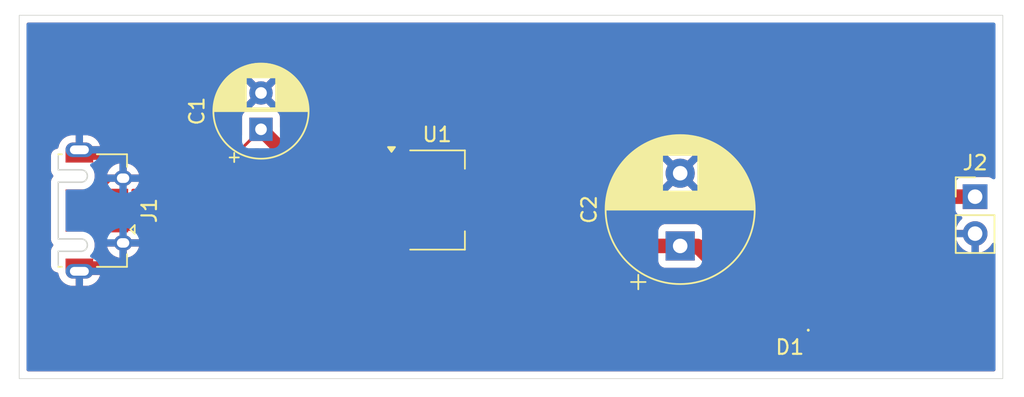
<source format=kicad_pcb>
(kicad_pcb (version 20221018) (generator pcbnew)
  (layers (0 "F.Cu" signal) (31 "B.Cu" signal) (34 "B.Paste" user) (35 "F.Paste" user) (36 "B.SilkS" user "B.Silkscreen") (37 "F.SilkS" user "F.Silkscreen") (38 "B.Mask" user) (39 "F.Mask" user) (44 "Edge.Cuts" user))
  (net 0 "")
  (net 1 "Net-(J1-VBUS)")
  (net 2 "GND")
  (net 3 "Net-(D1-A)")
  (footprint "Package_TO_SOT_SMD:SOT-223-3_TabPin2" (layer "F.Cu") (at 113.28 100.85)
    (fp_text reference "U1" (at 0 -4.5) (layer "F.SilkS"))
    (fp_text value "AMS1117-3.3")
    (fp_line (start -1.85 -3.41) (end 1.91 -3.41) (stroke (width 0.12)) (layer "F.SilkS"))
    (fp_line (start -1.85 3.41) (end 1.91 3.41) (stroke (width 0.12)) (layer "F.SilkS"))
    (fp_line (start 1.91 -3.41) (end 1.91 -2.15) (stroke (width 0.12)) (layer "F.SilkS"))
    (fp_line (start 1.91 3.41) (end 1.91 2.15) (stroke (width 0.12)) (layer "F.SilkS"))
    (fp_poly (pts (xy -3.13 -3.31) (xy -3.37 -3.64) (xy -2.89 -3.64) (xy -3.13 -3.31)) (stroke (width 0.12)) (fill solid) (layer "F.SilkS"))
    (pad "1" smd roundrect (at -3.15 -2.3) (size 2 1.5) (layers "F.Cu" "F.Paste" "F.Mask") (net 2 "GND"))
    (pad "2" smd roundrect (at -3.15 0) (size 2 1.5) (layers "F.Cu" "F.Paste" "F.Mask") (net 3 "Net-(D1-A)"))
    (pad "2" smd roundrect (at 3.15 0) (size 2 3.8) (layers "F.Cu" "F.Paste" "F.Mask") (net 3 "Net-(D1-A)"))
    (pad "3" smd roundrect (at -3.15 2.3) (size 2 1.5) (layers "F.Cu" "F.Paste" "F.Mask") (net 1 "Net-(J1-VBUS)"))
  )
  (footprint "Capacitor_THT:CP_Radial_D6.3mm_P2.50mm" (layer "F.Cu") (at 101.19 95.99 90)
    (fp_text reference "C1" (at 1.25 -4.4 90) (layer "F.SilkS"))
    (fp_text value "10uF")
    (fp_line (start -2.250241 -1.839) (end -1.620241 -1.839) (stroke (width 0.12)) (layer "F.SilkS"))
    (fp_line (start -1.935241 -2.154) (end -1.935241 -1.524) (stroke (width 0.12)) (layer "F.SilkS"))
    (fp_line (start 1.25 -3.23) (end 1.25 3.23) (stroke (width 0.12)) (layer "F.SilkS"))
    (fp_line (start 1.29 -3.23) (end 1.29 3.23) (stroke (width 0.12)) (layer "F.SilkS"))
    (fp_line (start 1.33 -3.23) (end 1.33 3.23) (stroke (width 0.12)) (layer "F.SilkS"))
    (fp_line (start 1.37 -3.228) (end 1.37 3.228) (stroke (width 0.12)) (layer "F.SilkS"))
    (fp_line (start 1.41 -3.227) (end 1.41 3.227) (stroke (width 0.12)) (layer "F.SilkS"))
    (fp_line (start 1.45 -3.224) (end 1.45 3.224) (stroke (width 0.12)) (layer "F.SilkS"))
    (fp_line (start 1.49 -3.222) (end 1.49 -1.04) (stroke (width 0.12)) (layer "F.SilkS"))
    (fp_line (start 1.49 1.04) (end 1.49 3.222) (stroke (width 0.12)) (layer "F.SilkS"))
    (fp_line (start 1.53 -3.218) (end 1.53 -1.04) (stroke (width 0.12)) (layer "F.SilkS"))
    (fp_line (start 1.53 1.04) (end 1.53 3.218) (stroke (width 0.12)) (layer "F.SilkS"))
    (fp_line (start 1.57 -3.215) (end 1.57 -1.04) (stroke (width 0.12)) (layer "F.SilkS"))
    (fp_line (start 1.57 1.04) (end 1.57 3.215) (stroke (width 0.12)) (layer "F.SilkS"))
    (fp_line (start 1.61 -3.211) (end 1.61 -1.04) (stroke (width 0.12)) (layer "F.SilkS"))
    (fp_line (start 1.61 1.04) (end 1.61 3.211) (stroke (width 0.12)) (layer "F.SilkS"))
    (fp_line (start 1.65 -3.206) (end 1.65 -1.04) (stroke (width 0.12)) (layer "F.SilkS"))
    (fp_line (start 1.65 1.04) (end 1.65 3.206) (stroke (width 0.12)) (layer "F.SilkS"))
    (fp_line (start 1.69 -3.201) (end 1.69 -1.04) (stroke (width 0.12)) (layer "F.SilkS"))
    (fp_line (start 1.69 1.04) (end 1.69 3.201) (stroke (width 0.12)) (layer "F.SilkS"))
    (fp_line (start 1.73 -3.195) (end 1.73 -1.04) (stroke (width 0.12)) (layer "F.SilkS"))
    (fp_line (start 1.73 1.04) (end 1.73 3.195) (stroke (width 0.12)) (layer "F.SilkS"))
    (fp_line (start 1.77 -3.189) (end 1.77 -1.04) (stroke (width 0.12)) (layer "F.SilkS"))
    (fp_line (start 1.77 1.04) (end 1.77 3.189) (stroke (width 0.12)) (layer "F.SilkS"))
    (fp_line (start 1.81 -3.182) (end 1.81 -1.04) (stroke (width 0.12)) (layer "F.SilkS"))
    (fp_line (start 1.81 1.04) (end 1.81 3.182) (stroke (width 0.12)) (layer "F.SilkS"))
    (fp_line (start 1.85 -3.175) (end 1.85 -1.04) (stroke (width 0.12)) (layer "F.SilkS"))
    (fp_line (start 1.85 1.04) (end 1.85 3.175) (stroke (width 0.12)) (layer "F.SilkS"))
    (fp_line (start 1.89 -3.167) (end 1.89 -1.04) (stroke (width 0.12)) (layer "F.SilkS"))
    (fp_line (start 1.89 1.04) (end 1.89 3.167) (stroke (width 0.12)) (layer "F.SilkS"))
    (fp_line (start 1.93 -3.159) (end 1.93 -1.04) (stroke (width 0.12)) (layer "F.SilkS"))
    (fp_line (start 1.93 1.04) (end 1.93 3.159) (stroke (width 0.12)) (layer "F.SilkS"))
    (fp_line (start 1.971 -3.15) (end 1.971 -1.04) (stroke (width 0.12)) (layer "F.SilkS"))
    (fp_line (start 1.971 1.04) (end 1.971 3.15) (stroke (width 0.12)) (layer "F.SilkS"))
    (fp_line (start 2.011 -3.141) (end 2.011 -1.04) (stroke (width 0.12)) (layer "F.SilkS"))
    (fp_line (start 2.011 1.04) (end 2.011 3.141) (stroke (width 0.12)) (layer "F.SilkS"))
    (fp_line (start 2.051 -3.131) (end 2.051 -1.04) (stroke (width 0.12)) (layer "F.SilkS"))
    (fp_line (start 2.051 1.04) (end 2.051 3.131) (stroke (width 0.12)) (layer "F.SilkS"))
    (fp_line (start 2.091 -3.121) (end 2.091 -1.04) (stroke (width 0.12)) (layer "F.SilkS"))
    (fp_line (start 2.091 1.04) (end 2.091 3.121) (stroke (width 0.12)) (layer "F.SilkS"))
    (fp_line (start 2.131 -3.11) (end 2.131 -1.04) (stroke (width 0.12)) (layer "F.SilkS"))
    (fp_line (start 2.131 1.04) (end 2.131 3.11) (stroke (width 0.12)) (layer "F.SilkS"))
    (fp_line (start 2.171 -3.098) (end 2.171 -1.04) (stroke (width 0.12)) (layer "F.SilkS"))
    (fp_line (start 2.171 1.04) (end 2.171 3.098) (stroke (width 0.12)) (layer "F.SilkS"))
    (fp_line (start 2.211 -3.086) (end 2.211 -1.04) (stroke (width 0.12)) (layer "F.SilkS"))
    (fp_line (start 2.211 1.04) (end 2.211 3.086) (stroke (width 0.12)) (layer "F.SilkS"))
    (fp_line (start 2.251 -3.074) (end 2.251 -1.04) (stroke (width 0.12)) (layer "F.SilkS"))
    (fp_line (start 2.251 1.04) (end 2.251 3.074) (stroke (width 0.12)) (layer "F.SilkS"))
    (fp_line (start 2.291 -3.061) (end 2.291 -1.04) (stroke (width 0.12)) (layer "F.SilkS"))
    (fp_line (start 2.291 1.04) (end 2.291 3.061) (stroke (width 0.12)) (layer "F.SilkS"))
    (fp_line (start 2.331 -3.047) (end 2.331 -1.04) (stroke (width 0.12)) (layer "F.SilkS"))
    (fp_line (start 2.331 1.04) (end 2.331 3.047) (stroke (width 0.12)) (layer "F.SilkS"))
    (fp_line (start 2.371 -3.033) (end 2.371 -1.04) (stroke (width 0.12)) (layer "F.SilkS"))
    (fp_line (start 2.371 1.04) (end 2.371 3.033) (stroke (width 0.12)) (layer "F.SilkS"))
    (fp_line (start 2.411 -3.018) (end 2.411 -1.04) (stroke (width 0.12)) (layer "F.SilkS"))
    (fp_line (start 2.411 1.04) (end 2.411 3.018) (stroke (width 0.12)) (layer "F.SilkS"))
    (fp_line (start 2.451 -3.002) (end 2.451 -1.04) (stroke (width 0.12)) (layer "F.SilkS"))
    (fp_line (start 2.451 1.04) (end 2.451 3.002) (stroke (width 0.12)) (layer "F.SilkS"))
    (fp_line (start 2.491 -2.986) (end 2.491 -1.04) (stroke (width 0.12)) (layer "F.SilkS"))
    (fp_line (start 2.491 1.04) (end 2.491 2.986) (stroke (width 0.12)) (layer "F.SilkS"))
    (fp_line (start 2.531 -2.97) (end 2.531 -1.04) (stroke (width 0.12)) (layer "F.SilkS"))
    (fp_line (start 2.531 1.04) (end 2.531 2.97) (stroke (width 0.12)) (layer "F.SilkS"))
    (fp_line (start 2.571 -2.952) (end 2.571 -1.04) (stroke (width 0.12)) (layer "F.SilkS"))
    (fp_line (start 2.571 1.04) (end 2.571 2.952) (stroke (width 0.12)) (layer "F.SilkS"))
    (fp_line (start 2.611 -2.934) (end 2.611 -1.04) (stroke (width 0.12)) (layer "F.SilkS"))
    (fp_line (start 2.611 1.04) (end 2.611 2.934) (stroke (width 0.12)) (layer "F.SilkS"))
    (fp_line (start 2.651 -2.916) (end 2.651 -1.04) (stroke (width 0.12)) (layer "F.SilkS"))
    (fp_line (start 2.651 1.04) (end 2.651 2.916) (stroke (width 0.12)) (layer "F.SilkS"))
    (fp_line (start 2.691 -2.896) (end 2.691 -1.04) (stroke (width 0.12)) (layer "F.SilkS"))
    (fp_line (start 2.691 1.04) (end 2.691 2.896) (stroke (width 0.12)) (layer "F.SilkS"))
    (fp_line (start 2.731 -2.876) (end 2.731 -1.04) (stroke (width 0.12)) (layer "F.SilkS"))
    (fp_line (start 2.731 1.04) (end 2.731 2.876) (stroke (width 0.12)) (layer "F.SilkS"))
    (fp_line (start 2.771 -2.856) (end 2.771 -1.04) (stroke (width 0.12)) (layer "F.SilkS"))
    (fp_line (start 2.771 1.04) (end 2.771 2.856) (stroke (width 0.12)) (layer "F.SilkS"))
    (fp_line (start 2.811 -2.834) (end 2.811 -1.04) (stroke (width 0.12)) (layer "F.SilkS"))
    (fp_line (start 2.811 1.04) (end 2.811 2.834) (stroke (width 0.12)) (layer "F.SilkS"))
    (fp_line (start 2.851 -2.812) (end 2.851 -1.04) (stroke (width 0.12)) (layer "F.SilkS"))
    (fp_line (start 2.851 1.04) (end 2.851 2.812) (stroke (width 0.12)) (layer "F.SilkS"))
    (fp_line (start 2.891 -2.79) (end 2.891 -1.04) (stroke (width 0.12)) (layer "F.SilkS"))
    (fp_line (start 2.891 1.04) (end 2.891 2.79) (stroke (width 0.12)) (layer "F.SilkS"))
    (fp_line (start 2.931 -2.766) (end 2.931 -1.04) (stroke (width 0.12)) (layer "F.SilkS"))
    (fp_line (start 2.931 1.04) (end 2.931 2.766) (stroke (width 0.12)) (layer "F.SilkS"))
    (fp_line (start 2.971 -2.742) (end 2.971 -1.04) (stroke (width 0.12)) (layer "F.SilkS"))
    (fp_line (start 2.971 1.04) (end 2.971 2.742) (stroke (width 0.12)) (layer "F.SilkS"))
    (fp_line (start 3.011 -2.716) (end 3.011 -1.04) (stroke (width 0.12)) (layer "F.SilkS"))
    (fp_line (start 3.011 1.04) (end 3.011 2.716) (stroke (width 0.12)) (layer "F.SilkS"))
    (fp_line (start 3.051 -2.69) (end 3.051 -1.04) (stroke (width 0.12)) (layer "F.SilkS"))
    (fp_line (start 3.051 1.04) (end 3.051 2.69) (stroke (width 0.12)) (layer "F.SilkS"))
    (fp_line (start 3.091 -2.664) (end 3.091 -1.04) (stroke (width 0.12)) (layer "F.SilkS"))
    (fp_line (start 3.091 1.04) (end 3.091 2.664) (stroke (width 0.12)) (layer "F.SilkS"))
    (fp_line (start 3.131 -2.636) (end 3.131 -1.04) (stroke (width 0.12)) (layer "F.SilkS"))
    (fp_line (start 3.131 1.04) (end 3.131 2.636) (stroke (width 0.12)) (layer "F.SilkS"))
    (fp_line (start 3.171 -2.607) (end 3.171 -1.04) (stroke (width 0.12)) (layer "F.SilkS"))
    (fp_line (start 3.171 1.04) (end 3.171 2.607) (stroke (width 0.12)) (layer "F.SilkS"))
    (fp_line (start 3.211 -2.578) (end 3.211 -1.04) (stroke (width 0.12)) (layer "F.SilkS"))
    (fp_line (start 3.211 1.04) (end 3.211 2.578) (stroke (width 0.12)) (layer "F.SilkS"))
    (fp_line (start 3.251 -2.548) (end 3.251 -1.04) (stroke (width 0.12)) (layer "F.SilkS"))
    (fp_line (start 3.251 1.04) (end 3.251 2.548) (stroke (width 0.12)) (layer "F.SilkS"))
    (fp_line (start 3.291 -2.516) (end 3.291 -1.04) (stroke (width 0.12)) (layer "F.SilkS"))
    (fp_line (start 3.291 1.04) (end 3.291 2.516) (stroke (width 0.12)) (layer "F.SilkS"))
    (fp_line (start 3.331 -2.484) (end 3.331 -1.04) (stroke (width 0.12)) (layer "F.SilkS"))
    (fp_line (start 3.331 1.04) (end 3.331 2.484) (stroke (width 0.12)) (layer "F.SilkS"))
    (fp_line (start 3.371 -2.45) (end 3.371 -1.04) (stroke (width 0.12)) (layer "F.SilkS"))
    (fp_line (start 3.371 1.04) (end 3.371 2.45) (stroke (width 0.12)) (layer "F.SilkS"))
    (fp_line (start 3.411 -2.416) (end 3.411 -1.04) (stroke (width 0.12)) (layer "F.SilkS"))
    (fp_line (start 3.411 1.04) (end 3.411 2.416) (stroke (width 0.12)) (layer "F.SilkS"))
    (fp_line (start 3.451 -2.38) (end 3.451 -1.04) (stroke (width 0.12)) (layer "F.SilkS"))
    (fp_line (start 3.451 1.04) (end 3.451 2.38) (stroke (width 0.12)) (layer "F.SilkS"))
    (fp_line (start 3.491 -2.343) (end 3.491 -1.04) (stroke (width 0.12)) (layer "F.SilkS"))
    (fp_line (start 3.491 1.04) (end 3.491 2.343) (stroke (width 0.12)) (layer "F.SilkS"))
    (fp_line (start 3.531 -2.305) (end 3.531 -1.04) (stroke (width 0.12)) (layer "F.SilkS"))
    (fp_line (start 3.531 1.04) (end 3.531 2.305) (stroke (width 0.12)) (layer "F.SilkS"))
    (fp_line (start 3.571 -2.265) (end 3.571 2.265) (stroke (width 0.12)) (layer "F.SilkS"))
    (fp_line (start 3.611 -2.224) (end 3.611 2.224) (stroke (width 0.12)) (layer "F.SilkS"))
    (fp_line (start 3.651 -2.182) (end 3.651 2.182) (stroke (width 0.12)) (layer "F.SilkS"))
    (fp_line (start 3.691 -2.137) (end 3.691 2.137) (stroke (width 0.12)) (layer "F.SilkS"))
    (fp_line (start 3.731 -2.092) (end 3.731 2.092) (stroke (width 0.12)) (layer "F.SilkS"))
    (fp_line (start 3.771 -2.044) (end 3.771 2.044) (stroke (width 0.12)) (layer "F.SilkS"))
    (fp_line (start 3.811 -1.995) (end 3.811 1.995) (stroke (width 0.12)) (layer "F.SilkS"))
    (fp_line (start 3.851 -1.944) (end 3.851 1.944) (stroke (width 0.12)) (layer "F.SilkS"))
    (fp_line (start 3.891 -1.89) (end 3.891 1.89) (stroke (width 0.12)) (layer "F.SilkS"))
    (fp_line (start 3.931 -1.834) (end 3.931 1.834) (stroke (width 0.12)) (layer "F.SilkS"))
    (fp_line (start 3.971 -1.776) (end 3.971 1.776) (stroke (width 0.12)) (layer "F.SilkS"))
    (fp_line (start 4.011 -1.714) (end 4.011 1.714) (stroke (width 0.12)) (layer "F.SilkS"))
    (fp_line (start 4.051 -1.65) (end 4.051 1.65) (stroke (width 0.12)) (layer "F.SilkS"))
    (fp_line (start 4.091 -1.581) (end 4.091 1.581) (stroke (width 0.12)) (layer "F.SilkS"))
    (fp_line (start 4.131 -1.509) (end 4.131 1.509) (stroke (width 0.12)) (layer "F.SilkS"))
    (fp_line (start 4.171 -1.432) (end 4.171 1.432) (stroke (width 0.12)) (layer "F.SilkS"))
    (fp_line (start 4.211 -1.35) (end 4.211 1.35) (stroke (width 0.12)) (layer "F.SilkS"))
    (fp_line (start 4.251 -1.262) (end 4.251 1.262) (stroke (width 0.12)) (layer "F.SilkS"))
    (fp_line (start 4.291 -1.165) (end 4.291 1.165) (stroke (width 0.12)) (layer "F.SilkS"))
    (fp_line (start 4.331 -1.059) (end 4.331 1.059) (stroke (width 0.12)) (layer "F.SilkS"))
    (fp_line (start 4.371 -0.94) (end 4.371 0.94) (stroke (width 0.12)) (layer "F.SilkS"))
    (fp_line (start 4.411 -0.802) (end 4.411 0.802) (stroke (width 0.12)) (layer "F.SilkS"))
    (fp_line (start 4.451 -0.633) (end 4.451 0.633) (stroke (width 0.12)) (layer "F.SilkS"))
    (fp_line (start 4.491 -0.402) (end 4.491 0.402) (stroke (width 0.12)) (layer "F.SilkS"))
    (fp_circle (center 1.25 0) (end 4.52 0) (stroke (width 0.12)) (fill none) (layer "F.SilkS"))
    (pad "1" thru_hole rect (at 0 0 90) (size 1.6 1.6) (drill 0.8) (layers "*.Cu" "*.Mask") (net 1 "Net-(J1-VBUS)"))
    (pad "2" thru_hole circle (at 2.5 0 90) (size 1.6 1.6) (drill 0.8) (layers "*.Cu" "*.Mask") (net 2 "GND"))
  )
  (footprint "Connector_USB:USB_Micro-AB_Molex_47590-0001" (layer "F.Cu") (at 88.72 101.575 -90)
    (fp_text reference "J1" (at 0 -4.8 90) (layer "F.SilkS"))
    (fp_text value "USB_B_Micro")
    (fp_line (start -3.87 -3.27) (end -3.87 -1.2) (stroke (width 0.12)) (layer "F.SilkS"))
    (fp_line (start -3.87 -3.27) (end -3 -3.27) (stroke (width 0.12)) (layer "F.SilkS"))
    (fp_line (start -3.87 1.2) (end -3.87 1.45) (stroke (width 0.12)) (layer "F.SilkS"))
    (fp_line (start 1 -3.8) (end 1.6 -3.8) (stroke (width 0.12)) (layer "F.SilkS"))
    (fp_line (start 1.3 -3.5) (end 1 -3.8) (stroke (width 0.12)) (layer "F.SilkS"))
    (fp_line (start 1.3 -3.5) (end 1.6 -3.8) (stroke (width 0.12)) (layer "F.SilkS"))
    (fp_line (start 3 -3.27) (end 3.87 -3.27) (stroke (width 0.12)) (layer "F.SilkS"))
    (fp_line (start 3.87 -3.27) (end 3.87 -1.2) (stroke (width 0.12)) (layer "F.SilkS"))
    (fp_line (start 3.87 1.2) (end 3.87 1.45) (stroke (width 0.12)) (layer "F.SilkS"))
    (fp_line (start -3.75 1.45) (end -2.8 1.45) (stroke (width 0.1)) (layer "Edge.Cuts"))
    (fp_line (start -2.8 -0.125) (end -2.8 1.45) (stroke (width 0.1)) (layer "Edge.Cuts"))
    (fp_line (start -1.95 -0.125) (end -1.95 1.45) (stroke (width 0.1)) (layer "Edge.Cuts"))
    (fp_line (start -1.95 1.45) (end 1.95 1.45) (stroke (width 0.1)) (layer "Edge.Cuts"))
    (fp_line (start 1.95 -0.125) (end 1.95 1.45) (stroke (width 0.1)) (layer "Edge.Cuts"))
    (fp_line (start 2.8 -0.125) (end 2.8 1.45) (stroke (width 0.1)) (layer "Edge.Cuts"))
    (fp_line (start 2.8 1.45) (end 3.75 1.45) (stroke (width 0.1)) (layer "Edge.Cuts"))
    (fp_arc (start -2.8 -0.125) (mid -2.375 -0.55) (end -1.95 -0.125) (stroke (width 0.1)) (layer "Edge.Cuts"))
    (fp_arc (start 1.95 -0.125) (mid 2.375 -0.55) (end 2.8 -0.125) (stroke (width 0.1)) (layer "Edge.Cuts"))
    (pad "1" smd rect (at 1.3 -2.675 270) (size 0.4 1.35) (layers "F.Cu" "F.Paste" "F.Mask") (net 1 "Net-(J1-VBUS)"))
    (pad "2" smd rect (at 0.65 -2.675 270) (size 0.4 1.35) (layers "F.Cu" "F.Paste" "F.Mask"))
    (pad "3" smd rect (at 0 -2.675 270) (size 0.4 1.35) (layers "F.Cu" "F.Paste" "F.Mask"))
    (pad "4" smd rect (at -0.65 -2.675 270) (size 0.4 1.35) (layers "F.Cu" "F.Paste" "F.Mask"))
    (pad "5" smd rect (at -1.3 -2.675 270) (size 0.4 1.35) (layers "F.Cu" "F.Paste" "F.Mask") (net 2 "GND"))
    (pad "6" thru_hole oval (at -4.175 0 270) (size 1 1.9) (drill oval 0.6 1.3) (layers "*.Cu" "*.Mask") (net 2 "GND"))
    (pad "6" smd rect (at -3.7375 0 270) (size 0.875 1.9) (layers "F.Cu" "F.Mask") (net 2 "GND"))
    (pad "6" thru_hole oval (at -2.225 -3 270) (size 1.05 1.25) (drill oval 0.65 0.85) (layers "*.Cu" "*.Mask") (net 2 "GND"))
    (pad "6" smd rect (at 0 0 270) (size 2.9 1.9) (layers "F.Cu" "F.Paste" "F.Mask") (net 2 "GND"))
    (pad "6" thru_hole oval (at 2.225 -3 270) (size 1.05 1.25) (drill oval 0.65 0.85) (layers "*.Cu" "*.Mask") (net 2 "GND"))
    (pad "6" smd rect (at 3.7375 0 270) (size 0.875 1.9) (layers "F.Cu" "F.Mask") (net 2 "GND"))
    (pad "6" thru_hole oval (at 4.175 0 270) (size 1 1.9) (drill oval 0.6 1.3) (layers "*.Cu" "*.Mask") (net 2 "GND"))
  )
  (footprint "Connector_PinHeader_2.54mm:PinHeader_1x02_P2.54mm_Vertical" (layer "F.Cu") (at 150.22 100.62)
    (fp_text reference "J2" (at 0 -2.33) (layer "F.SilkS"))
    (fp_text value "Conn_01x02_Pin")
    (fp_line (start -1.33 -1.33) (end 0 -1.33) (stroke (width 0.12)) (layer "F.SilkS"))
    (fp_line (start -1.33 0) (end -1.33 -1.33) (stroke (width 0.12)) (layer "F.SilkS"))
    (fp_line (start -1.33 1.27) (end -1.33 3.87) (stroke (width 0.12)) (layer "F.SilkS"))
    (fp_line (start -1.33 1.27) (end 1.33 1.27) (stroke (width 0.12)) (layer "F.SilkS"))
    (fp_line (start -1.33 3.87) (end 1.33 3.87) (stroke (width 0.12)) (layer "F.SilkS"))
    (fp_line (start 1.33 1.27) (end 1.33 3.87) (stroke (width 0.12)) (layer "F.SilkS"))
    (pad "1" thru_hole rect (at 0 0) (size 1.7 1.7) (drill 1) (layers "*.Cu" "*.Mask") (net 3 "Net-(D1-A)"))
    (pad "2" thru_hole oval (at 0 2.54) (size 1.7 1.7) (drill 1) (layers "*.Cu" "*.Mask") (net 2 "GND"))
  )
  (footprint "Capacitor_THT:CP_Radial_D10.0mm_P5.00mm" (layer "F.Cu") (at 129.97 104.007677 90)
    (fp_text reference "C2" (at 2.5 -6.25 90) (layer "F.SilkS"))
    (fp_text value "22uF")
    (fp_line (start -2.979646 -2.875) (end -1.979646 -2.875) (stroke (width 0.12)) (layer "F.SilkS"))
    (fp_line (start -2.479646 -3.375) (end -2.479646 -2.375) (stroke (width 0.12)) (layer "F.SilkS"))
    (fp_line (start 2.5 -5.08) (end 2.5 5.08) (stroke (width 0.12)) (layer "F.SilkS"))
    (fp_line (start 2.54 -5.08) (end 2.54 5.08) (stroke (width 0.12)) (layer "F.SilkS"))
    (fp_line (start 2.58 -5.08) (end 2.58 5.08) (stroke (width 0.12)) (layer "F.SilkS"))
    (fp_line (start 2.62 -5.079) (end 2.62 5.079) (stroke (width 0.12)) (layer "F.SilkS"))
    (fp_line (start 2.66 -5.078) (end 2.66 5.078) (stroke (width 0.12)) (layer "F.SilkS"))
    (fp_line (start 2.7 -5.077) (end 2.7 5.077) (stroke (width 0.12)) (layer "F.SilkS"))
    (fp_line (start 2.74 -5.075) (end 2.74 5.075) (stroke (width 0.12)) (layer "F.SilkS"))
    (fp_line (start 2.78 -5.073) (end 2.78 5.073) (stroke (width 0.12)) (layer "F.SilkS"))
    (fp_line (start 2.82 -5.07) (end 2.82 5.07) (stroke (width 0.12)) (layer "F.SilkS"))
    (fp_line (start 2.86 -5.068) (end 2.86 5.068) (stroke (width 0.12)) (layer "F.SilkS"))
    (fp_line (start 2.9 -5.065) (end 2.9 5.065) (stroke (width 0.12)) (layer "F.SilkS"))
    (fp_line (start 2.94 -5.062) (end 2.94 5.062) (stroke (width 0.12)) (layer "F.SilkS"))
    (fp_line (start 2.98 -5.058) (end 2.98 5.058) (stroke (width 0.12)) (layer "F.SilkS"))
    (fp_line (start 3.02 -5.054) (end 3.02 5.054) (stroke (width 0.12)) (layer "F.SilkS"))
    (fp_line (start 3.06 -5.05) (end 3.06 5.05) (stroke (width 0.12)) (layer "F.SilkS"))
    (fp_line (start 3.1 -5.045) (end 3.1 5.045) (stroke (width 0.12)) (layer "F.SilkS"))
    (fp_line (start 3.14 -5.04) (end 3.14 5.04) (stroke (width 0.12)) (layer "F.SilkS"))
    (fp_line (start 3.18 -5.035) (end 3.18 5.035) (stroke (width 0.12)) (layer "F.SilkS"))
    (fp_line (start 3.221 -5.03) (end 3.221 5.03) (stroke (width 0.12)) (layer "F.SilkS"))
    (fp_line (start 3.261 -5.024) (end 3.261 5.024) (stroke (width 0.12)) (layer "F.SilkS"))
    (fp_line (start 3.301 -5.018) (end 3.301 5.018) (stroke (width 0.12)) (layer "F.SilkS"))
    (fp_line (start 3.341 -5.011) (end 3.341 5.011) (stroke (width 0.12)) (layer "F.SilkS"))
    (fp_line (start 3.381 -5.004) (end 3.381 5.004) (stroke (width 0.12)) (layer "F.SilkS"))
    (fp_line (start 3.421 -4.997) (end 3.421 4.997) (stroke (width 0.12)) (layer "F.SilkS"))
    (fp_line (start 3.461 -4.99) (end 3.461 4.99) (stroke (width 0.12)) (layer "F.SilkS"))
    (fp_line (start 3.501 -4.982) (end 3.501 4.982) (stroke (width 0.12)) (layer "F.SilkS"))
    (fp_line (start 3.541 -4.974) (end 3.541 4.974) (stroke (width 0.12)) (layer "F.SilkS"))
    (fp_line (start 3.581 -4.965) (end 3.581 4.965) (stroke (width 0.12)) (layer "F.SilkS"))
    (fp_line (start 3.621 -4.956) (end 3.621 4.956) (stroke (width 0.12)) (layer "F.SilkS"))
    (fp_line (start 3.661 -4.947) (end 3.661 4.947) (stroke (width 0.12)) (layer "F.SilkS"))
    (fp_line (start 3.701 -4.938) (end 3.701 4.938) (stroke (width 0.12)) (layer "F.SilkS"))
    (fp_line (start 3.741 -4.928) (end 3.741 4.928) (stroke (width 0.12)) (layer "F.SilkS"))
    (fp_line (start 3.781 -4.918) (end 3.781 -1.241) (stroke (width 0.12)) (layer "F.SilkS"))
    (fp_line (start 3.781 1.241) (end 3.781 4.918) (stroke (width 0.12)) (layer "F.SilkS"))
    (fp_line (start 3.821 -4.907) (end 3.821 -1.241) (stroke (width 0.12)) (layer "F.SilkS"))
    (fp_line (start 3.821 1.241) (end 3.821 4.907) (stroke (width 0.12)) (layer "F.SilkS"))
    (fp_line (start 3.861 -4.897) (end 3.861 -1.241) (stroke (width 0.12)) (layer "F.SilkS"))
    (fp_line (start 3.861 1.241) (end 3.861 4.897) (stroke (width 0.12)) (layer "F.SilkS"))
    (fp_line (start 3.901 -4.885) (end 3.901 -1.241) (stroke (width 0.12)) (layer "F.SilkS"))
    (fp_line (start 3.901 1.241) (end 3.901 4.885) (stroke (width 0.12)) (layer "F.SilkS"))
    (fp_line (start 3.941 -4.874) (end 3.941 -1.241) (stroke (width 0.12)) (layer "F.SilkS"))
    (fp_line (start 3.941 1.241) (end 3.941 4.874) (stroke (width 0.12)) (layer "F.SilkS"))
    (fp_line (start 3.981 -4.862) (end 3.981 -1.241) (stroke (width 0.12)) (layer "F.SilkS"))
    (fp_line (start 3.981 1.241) (end 3.981 4.862) (stroke (width 0.12)) (layer "F.SilkS"))
    (fp_line (start 4.021 -4.85) (end 4.021 -1.241) (stroke (width 0.12)) (layer "F.SilkS"))
    (fp_line (start 4.021 1.241) (end 4.021 4.85) (stroke (width 0.12)) (layer "F.SilkS"))
    (fp_line (start 4.061 -4.837) (end 4.061 -1.241) (stroke (width 0.12)) (layer "F.SilkS"))
    (fp_line (start 4.061 1.241) (end 4.061 4.837) (stroke (width 0.12)) (layer "F.SilkS"))
    (fp_line (start 4.101 -4.824) (end 4.101 -1.241) (stroke (width 0.12)) (layer "F.SilkS"))
    (fp_line (start 4.101 1.241) (end 4.101 4.824) (stroke (width 0.12)) (layer "F.SilkS"))
    (fp_line (start 4.141 -4.811) (end 4.141 -1.241) (stroke (width 0.12)) (layer "F.SilkS"))
    (fp_line (start 4.141 1.241) (end 4.141 4.811) (stroke (width 0.12)) (layer "F.SilkS"))
    (fp_line (start 4.181 -4.797) (end 4.181 -1.241) (stroke (width 0.12)) (layer "F.SilkS"))
    (fp_line (start 4.181 1.241) (end 4.181 4.797) (stroke (width 0.12)) (layer "F.SilkS"))
    (fp_line (start 4.221 -4.783) (end 4.221 -1.241) (stroke (width 0.12)) (layer "F.SilkS"))
    (fp_line (start 4.221 1.241) (end 4.221 4.783) (stroke (width 0.12)) (layer "F.SilkS"))
    (fp_line (start 4.261 -4.768) (end 4.261 -1.241) (stroke (width 0.12)) (layer "F.SilkS"))
    (fp_line (start 4.261 1.241) (end 4.261 4.768) (stroke (width 0.12)) (layer "F.SilkS"))
    (fp_line (start 4.301 -4.754) (end 4.301 -1.241) (stroke (width 0.12)) (layer "F.SilkS"))
    (fp_line (start 4.301 1.241) (end 4.301 4.754) (stroke (width 0.12)) (layer "F.SilkS"))
    (fp_line (start 4.341 -4.738) (end 4.341 -1.241) (stroke (width 0.12)) (layer "F.SilkS"))
    (fp_line (start 4.341 1.241) (end 4.341 4.738) (stroke (width 0.12)) (layer "F.SilkS"))
    (fp_line (start 4.381 -4.723) (end 4.381 -1.241) (stroke (width 0.12)) (layer "F.SilkS"))
    (fp_line (start 4.381 1.241) (end 4.381 4.723) (stroke (width 0.12)) (layer "F.SilkS"))
    (fp_line (start 4.421 -4.707) (end 4.421 -1.241) (stroke (width 0.12)) (layer "F.SilkS"))
    (fp_line (start 4.421 1.241) (end 4.421 4.707) (stroke (width 0.12)) (layer "F.SilkS"))
    (fp_line (start 4.461 -4.69) (end 4.461 -1.241) (stroke (width 0.12)) (layer "F.SilkS"))
    (fp_line (start 4.461 1.241) (end 4.461 4.69) (stroke (width 0.12)) (layer "F.SilkS"))
    (fp_line (start 4.501 -4.674) (end 4.501 -1.241) (stroke (width 0.12)) (layer "F.SilkS"))
    (fp_line (start 4.501 1.241) (end 4.501 4.674) (stroke (width 0.12)) (layer "F.SilkS"))
    (fp_line (start 4.541 -4.657) (end 4.541 -1.241) (stroke (width 0.12)) (layer "F.SilkS"))
    (fp_line (start 4.541 1.241) (end 4.541 4.657) (stroke (width 0.12)) (layer "F.SilkS"))
    (fp_line (start 4.581 -4.639) (end 4.581 -1.241) (stroke (width 0.12)) (layer "F.SilkS"))
    (fp_line (start 4.581 1.241) (end 4.581 4.639) (stroke (width 0.12)) (layer "F.SilkS"))
    (fp_line (start 4.621 -4.621) (end 4.621 -1.241) (stroke (width 0.12)) (layer "F.SilkS"))
    (fp_line (start 4.621 1.241) (end 4.621 4.621) (stroke (width 0.12)) (layer "F.SilkS"))
    (fp_line (start 4.661 -4.603) (end 4.661 -1.241) (stroke (width 0.12)) (layer "F.SilkS"))
    (fp_line (start 4.661 1.241) (end 4.661 4.603) (stroke (width 0.12)) (layer "F.SilkS"))
    (fp_line (start 4.701 -4.584) (end 4.701 -1.241) (stroke (width 0.12)) (layer "F.SilkS"))
    (fp_line (start 4.701 1.241) (end 4.701 4.584) (stroke (width 0.12)) (layer "F.SilkS"))
    (fp_line (start 4.741 -4.564) (end 4.741 -1.241) (stroke (width 0.12)) (layer "F.SilkS"))
    (fp_line (start 4.741 1.241) (end 4.741 4.564) (stroke (width 0.12)) (layer "F.SilkS"))
    (fp_line (start 4.781 -4.545) (end 4.781 -1.241) (stroke (width 0.12)) (layer "F.SilkS"))
    (fp_line (start 4.781 1.241) (end 4.781 4.545) (stroke (width 0.12)) (layer "F.SilkS"))
    (fp_line (start 4.821 -4.525) (end 4.821 -1.241) (stroke (width 0.12)) (layer "F.SilkS"))
    (fp_line (start 4.821 1.241) (end 4.821 4.525) (stroke (width 0.12)) (layer "F.SilkS"))
    (fp_line (start 4.861 -4.504) (end 4.861 -1.241) (stroke (width 0.12)) (layer "F.SilkS"))
    (fp_line (start 4.861 1.241) (end 4.861 4.504) (stroke (width 0.12)) (layer "F.SilkS"))
    (fp_line (start 4.901 -4.483) (end 4.901 -1.241) (stroke (width 0.12)) (layer "F.SilkS"))
    (fp_line (start 4.901 1.241) (end 4.901 4.483) (stroke (width 0.12)) (layer "F.SilkS"))
    (fp_line (start 4.941 -4.462) (end 4.941 -1.241) (stroke (width 0.12)) (layer "F.SilkS"))
    (fp_line (start 4.941 1.241) (end 4.941 4.462) (stroke (width 0.12)) (layer "F.SilkS"))
    (fp_line (start 4.981 -4.44) (end 4.981 -1.241) (stroke (width 0.12)) (layer "F.SilkS"))
    (fp_line (start 4.981 1.241) (end 4.981 4.44) (stroke (width 0.12)) (layer "F.SilkS"))
    (fp_line (start 5.021 -4.417) (end 5.021 -1.241) (stroke (width 0.12)) (layer "F.SilkS"))
    (fp_line (start 5.021 1.241) (end 5.021 4.417) (stroke (width 0.12)) (layer "F.SilkS"))
    (fp_line (start 5.061 -4.395) (end 5.061 -1.241) (stroke (width 0.12)) (layer "F.SilkS"))
    (fp_line (start 5.061 1.241) (end 5.061 4.395) (stroke (width 0.12)) (layer "F.SilkS"))
    (fp_line (start 5.101 -4.371) (end 5.101 -1.241) (stroke (width 0.12)) (layer "F.SilkS"))
    (fp_line (start 5.101 1.241) (end 5.101 4.371) (stroke (width 0.12)) (layer "F.SilkS"))
    (fp_line (start 5.141 -4.347) (end 5.141 -1.241) (stroke (width 0.12)) (layer "F.SilkS"))
    (fp_line (start 5.141 1.241) (end 5.141 4.347) (stroke (width 0.12)) (layer "F.SilkS"))
    (fp_line (start 5.181 -4.323) (end 5.181 -1.241) (stroke (width 0.12)) (layer "F.SilkS"))
    (fp_line (start 5.181 1.241) (end 5.181 4.323) (stroke (width 0.12)) (layer "F.SilkS"))
    (fp_line (start 5.221 -4.298) (end 5.221 -1.241) (stroke (width 0.12)) (layer "F.SilkS"))
    (fp_line (start 5.221 1.241) (end 5.221 4.298) (stroke (width 0.12)) (layer "F.SilkS"))
    (fp_line (start 5.261 -4.273) (end 5.261 -1.241) (stroke (width 0.12)) (layer "F.SilkS"))
    (fp_line (start 5.261 1.241) (end 5.261 4.273) (stroke (width 0.12)) (layer "F.SilkS"))
    (fp_line (start 5.301 -4.247) (end 5.301 -1.241) (stroke (width 0.12)) (layer "F.SilkS"))
    (fp_line (start 5.301 1.241) (end 5.301 4.247) (stroke (width 0.12)) (layer "F.SilkS"))
    (fp_line (start 5.341 -4.221) (end 5.341 -1.241) (stroke (width 0.12)) (layer "F.SilkS"))
    (fp_line (start 5.341 1.241) (end 5.341 4.221) (stroke (width 0.12)) (layer "F.SilkS"))
    (fp_line (start 5.381 -4.194) (end 5.381 -1.241) (stroke (width 0.12)) (layer "F.SilkS"))
    (fp_line (start 5.381 1.241) (end 5.381 4.194) (stroke (width 0.12)) (layer "F.SilkS"))
    (fp_line (start 5.421 -4.166) (end 5.421 -1.241) (stroke (width 0.12)) (layer "F.SilkS"))
    (fp_line (start 5.421 1.241) (end 5.421 4.166) (stroke (width 0.12)) (layer "F.SilkS"))
    (fp_line (start 5.461 -4.138) (end 5.461 -1.241) (stroke (width 0.12)) (layer "F.SilkS"))
    (fp_line (start 5.461 1.241) (end 5.461 4.138) (stroke (width 0.12)) (layer "F.SilkS"))
    (fp_line (start 5.501 -4.11) (end 5.501 -1.241) (stroke (width 0.12)) (layer "F.SilkS"))
    (fp_line (start 5.501 1.241) (end 5.501 4.11) (stroke (width 0.12)) (layer "F.SilkS"))
    (fp_line (start 5.541 -4.08) (end 5.541 -1.241) (stroke (width 0.12)) (layer "F.SilkS"))
    (fp_line (start 5.541 1.241) (end 5.541 4.08) (stroke (width 0.12)) (layer "F.SilkS"))
    (fp_line (start 5.581 -4.05) (end 5.581 -1.241) (stroke (width 0.12)) (layer "F.SilkS"))
    (fp_line (start 5.581 1.241) (end 5.581 4.05) (stroke (width 0.12)) (layer "F.SilkS"))
    (fp_line (start 5.621 -4.02) (end 5.621 -1.241) (stroke (width 0.12)) (layer "F.SilkS"))
    (fp_line (start 5.621 1.241) (end 5.621 4.02) (stroke (width 0.12)) (layer "F.SilkS"))
    (fp_line (start 5.661 -3.989) (end 5.661 -1.241) (stroke (width 0.12)) (layer "F.SilkS"))
    (fp_line (start 5.661 1.241) (end 5.661 3.989) (stroke (width 0.12)) (layer "F.SilkS"))
    (fp_line (start 5.701 -3.957) (end 5.701 -1.241) (stroke (width 0.12)) (layer "F.SilkS"))
    (fp_line (start 5.701 1.241) (end 5.701 3.957) (stroke (width 0.12)) (layer "F.SilkS"))
    (fp_line (start 5.741 -3.925) (end 5.741 -1.241) (stroke (width 0.12)) (layer "F.SilkS"))
    (fp_line (start 5.741 1.241) (end 5.741 3.925) (stroke (width 0.12)) (layer "F.SilkS"))
    (fp_line (start 5.781 -3.892) (end 5.781 -1.241) (stroke (width 0.12)) (layer "F.SilkS"))
    (fp_line (start 5.781 1.241) (end 5.781 3.892) (stroke (width 0.12)) (layer "F.SilkS"))
    (fp_line (start 5.821 -3.858) (end 5.821 -1.241) (stroke (width 0.12)) (layer "F.SilkS"))
    (fp_line (start 5.821 1.241) (end 5.821 3.858) (stroke (width 0.12)) (layer "F.SilkS"))
    (fp_line (start 5.861 -3.824) (end 5.861 -1.241) (stroke (width 0.12)) (layer "F.SilkS"))
    (fp_line (start 5.861 1.241) (end 5.861 3.824) (stroke (width 0.12)) (layer "F.SilkS"))
    (fp_line (start 5.901 -3.789) (end 5.901 -1.241) (stroke (width 0.12)) (layer "F.SilkS"))
    (fp_line (start 5.901 1.241) (end 5.901 3.789) (stroke (width 0.12)) (layer "F.SilkS"))
    (fp_line (start 5.941 -3.753) (end 5.941 -1.241) (stroke (width 0.12)) (layer "F.SilkS"))
    (fp_line (start 5.941 1.241) (end 5.941 3.753) (stroke (width 0.12)) (layer "F.SilkS"))
    (fp_line (start 5.981 -3.716) (end 5.981 -1.241) (stroke (width 0.12)) (layer "F.SilkS"))
    (fp_line (start 5.981 1.241) (end 5.981 3.716) (stroke (width 0.12)) (layer "F.SilkS"))
    (fp_line (start 6.021 -3.679) (end 6.021 -1.241) (stroke (width 0.12)) (layer "F.SilkS"))
    (fp_line (start 6.021 1.241) (end 6.021 3.679) (stroke (width 0.12)) (layer "F.SilkS"))
    (fp_line (start 6.061 -3.64) (end 6.061 -1.241) (stroke (width 0.12)) (layer "F.SilkS"))
    (fp_line (start 6.061 1.241) (end 6.061 3.64) (stroke (width 0.12)) (layer "F.SilkS"))
    (fp_line (start 6.101 -3.601) (end 6.101 -1.241) (stroke (width 0.12)) (layer "F.SilkS"))
    (fp_line (start 6.101 1.241) (end 6.101 3.601) (stroke (width 0.12)) (layer "F.SilkS"))
    (fp_line (start 6.141 -3.561) (end 6.141 -1.241) (stroke (width 0.12)) (layer "F.SilkS"))
    (fp_line (start 6.141 1.241) (end 6.141 3.561) (stroke (width 0.12)) (layer "F.SilkS"))
    (fp_line (start 6.181 -3.52) (end 6.181 -1.241) (stroke (width 0.12)) (layer "F.SilkS"))
    (fp_line (start 6.181 1.241) (end 6.181 3.52) (stroke (width 0.12)) (layer "F.SilkS"))
    (fp_line (start 6.221 -3.478) (end 6.221 -1.241) (stroke (width 0.12)) (layer "F.SilkS"))
    (fp_line (start 6.221 1.241) (end 6.221 3.478) (stroke (width 0.12)) (layer "F.SilkS"))
    (fp_line (start 6.261 -3.436) (end 6.261 3.436) (stroke (width 0.12)) (layer "F.SilkS"))
    (fp_line (start 6.301 -3.392) (end 6.301 3.392) (stroke (width 0.12)) (layer "F.SilkS"))
    (fp_line (start 6.341 -3.347) (end 6.341 3.347) (stroke (width 0.12)) (layer "F.SilkS"))
    (fp_line (start 6.381 -3.301) (end 6.381 3.301) (stroke (width 0.12)) (layer "F.SilkS"))
    (fp_line (start 6.421 -3.254) (end 6.421 3.254) (stroke (width 0.12)) (layer "F.SilkS"))
    (fp_line (start 6.461 -3.206) (end 6.461 3.206) (stroke (width 0.12)) (layer "F.SilkS"))
    (fp_line (start 6.501 -3.156) (end 6.501 3.156) (stroke (width 0.12)) (layer "F.SilkS"))
    (fp_line (start 6.541 -3.106) (end 6.541 3.106) (stroke (width 0.12)) (layer "F.SilkS"))
    (fp_line (start 6.581 -3.054) (end 6.581 3.054) (stroke (width 0.12)) (layer "F.SilkS"))
    (fp_line (start 6.621 -3) (end 6.621 3) (stroke (width 0.12)) (layer "F.SilkS"))
    (fp_line (start 6.661 -2.945) (end 6.661 2.945) (stroke (width 0.12)) (layer "F.SilkS"))
    (fp_line (start 6.701 -2.889) (end 6.701 2.889) (stroke (width 0.12)) (layer "F.SilkS"))
    (fp_line (start 6.741 -2.83) (end 6.741 2.83) (stroke (width 0.12)) (layer "F.SilkS"))
    (fp_line (start 6.781 -2.77) (end 6.781 2.77) (stroke (width 0.12)) (layer "F.SilkS"))
    (fp_line (start 6.821 -2.709) (end 6.821 2.709) (stroke (width 0.12)) (layer "F.SilkS"))
    (fp_line (start 6.861 -2.645) (end 6.861 2.645) (stroke (width 0.12)) (layer "F.SilkS"))
    (fp_line (start 6.901 -2.579) (end 6.901 2.579) (stroke (width 0.12)) (layer "F.SilkS"))
    (fp_line (start 6.941 -2.51) (end 6.941 2.51) (stroke (width 0.12)) (layer "F.SilkS"))
    (fp_line (start 6.981 -2.439) (end 6.981 2.439) (stroke (width 0.12)) (layer "F.SilkS"))
    (fp_line (start 7.021 -2.365) (end 7.021 2.365) (stroke (width 0.12)) (layer "F.SilkS"))
    (fp_line (start 7.061 -2.289) (end 7.061 2.289) (stroke (width 0.12)) (layer "F.SilkS"))
    (fp_line (start 7.101 -2.209) (end 7.101 2.209) (stroke (width 0.12)) (layer "F.SilkS"))
    (fp_line (start 7.141 -2.125) (end 7.141 2.125) (stroke (width 0.12)) (layer "F.SilkS"))
    (fp_line (start 7.181 -2.037) (end 7.181 2.037) (stroke (width 0.12)) (layer "F.SilkS"))
    (fp_line (start 7.221 -1.944) (end 7.221 1.944) (stroke (width 0.12)) (layer "F.SilkS"))
    (fp_line (start 7.261 -1.846) (end 7.261 1.846) (stroke (width 0.12)) (layer "F.SilkS"))
    (fp_line (start 7.301 -1.742) (end 7.301 1.742) (stroke (width 0.12)) (layer "F.SilkS"))
    (fp_line (start 7.341 -1.63) (end 7.341 1.63) (stroke (width 0.12)) (layer "F.SilkS"))
    (fp_line (start 7.381 -1.51) (end 7.381 1.51) (stroke (width 0.12)) (layer "F.SilkS"))
    (fp_line (start 7.421 -1.378) (end 7.421 1.378) (stroke (width 0.12)) (layer "F.SilkS"))
    (fp_line (start 7.461 -1.23) (end 7.461 1.23) (stroke (width 0.12)) (layer "F.SilkS"))
    (fp_line (start 7.501 -1.062) (end 7.501 1.062) (stroke (width 0.12)) (layer "F.SilkS"))
    (fp_line (start 7.541 -0.862) (end 7.541 0.862) (stroke (width 0.12)) (layer "F.SilkS"))
    (fp_line (start 7.581 -0.599) (end 7.581 0.599) (stroke (width 0.12)) (layer "F.SilkS"))
    (fp_circle (center 2.5 0) (end 7.62 0) (stroke (width 0.12)) (fill none) (layer "F.SilkS"))
    (pad "1" thru_hole rect (at 0 0 90) (size 2 2) (drill 1) (layers "*.Cu" "*.Mask") (net 3 "Net-(D1-A)"))
    (pad "2" thru_hole circle (at 5 0 90) (size 2 2) (drill 1) (layers "*.Cu" "*.Mask") (net 2 "GND"))
  )
  (footprint "LED_SMD:LED_0402_1005Metric_Pad0.77x0.64mm_HandSolder" (layer "F.Cu") (at 137.5 109.7975 180)
    (fp_text reference "D1" (at 0 -1.17) (layer "F.SilkS"))
    (fp_text value "LED")
    (fp_circle (center -1.265 0) (end -1.215 0) (stroke (width 0.1)) (fill none) (layer "F.SilkS"))
    (pad "1" smd roundrect (at -0.5725 0 180) (size 0.765 0.64) (layers "F.Cu" "F.Paste" "F.Mask") (net 2 "GND"))
    (pad "2" smd roundrect (at 0.5725 0 180) (size 0.765 0.64) (layers "F.Cu" "F.Paste" "F.Mask") (net 3 "Net-(D1-A)"))
  )
  (gr_rect (start 84.59 88.15) (end 152.12 113.13) (stroke (width 0.05)) (fill none) (layer "Edge.Cuts"))
  (segment (start 101.19 95.99) (end 94.305 102.875) (width 0.2) (layer "F.Cu") (net 1))
  (segment (start 108.35 103.15) (end 101.19 95.99) (width 1) (layer "F.Cu") (net 1))
  (segment (start 94.305 102.875) (end 91.395 102.875) (width 0.2) (layer "F.Cu") (net 1))
  (segment (start 110.13 103.15) (end 108.35 103.15) (width 1) (layer "F.Cu") (net 1))
  (segment (start 91.72 99.35) (end 91.72 99.95) (width 0.2) (layer "F.Cu") (net 2))
  (segment (start 91.72 99.95) (end 91.395 100.275) (width 0.2) (layer "F.Cu") (net 2))
  (segment (start 88.72 101.575) (end 90.945 99.35) (width 0.2) (layer "F.Cu") (net 2))
  (segment (start 90.945 99.35) (end 91.72 99.35) (width 0.2) (layer "F.Cu") (net 2))
  (segment (start 140.33 104.09) (end 130.052323 104.09) (width 1) (layer "F.Cu") (net 3))
  (segment (start 136.9275 109.477501) (end 136.9275 109.7975) (width 0.5) (layer "F.Cu") (net 3))
  (segment (start 129.97 104.007677) (end 131.137677 104.007677) (width 1) (layer "F.Cu") (net 3))
  (segment (start 143.8 100.62) (end 140.33 104.09) (width 1) (layer "F.Cu") (net 3))
  (segment (start 116.43 100.85) (end 119.587677 104.007677) (width 1) (layer "F.Cu") (net 3))
  (segment (start 119.587677 104.007677) (end 129.97 104.007677) (width 1) (layer "F.Cu") (net 3))
  (segment (start 131.137677 104.007677) (end 136.9275 109.7975) (width 1) (layer "F.Cu") (net 3))
  (segment (start 130.052323 104.09) (end 129.97 104.007677) (width 1) (layer "F.Cu") (net 3))
  (segment (start 110.13 100.85) (end 116.43 100.85) (width 1) (layer "F.Cu") (net 3))
  (segment (start 150.22 100.62) (end 143.8 100.62) (width 1) (layer "F.Cu") (net 3))
  (zone (net 2) (net_name "GND") (layer "F.Cu") (priority 1) (connect_pads (clearance 0.5)) (min_thickness 0.25) (fill yes (thermal_gap 0.5) (thermal_bridge_width 0.5))
    (polygon (pts (xy 84.92 88.44) (xy 151.4 88.89) (xy 151.73 112.76) (xy 84.91 112.65) (xy 84.9 92.49)))
  )
  (zone (net 2) (net_name "GND") (layer "B.Cu") (connect_pads (clearance 0.5)) (min_thickness 0.25) (fill yes (thermal_gap 0.5) (thermal_bridge_width 0.5))
    (polygon (pts (xy 83.4 87.12) (xy 153.44 87.12) (xy 153.58 114.41) (xy 83.27 114.27) (xy 83.41 87.1)))
  )
)
</source>
